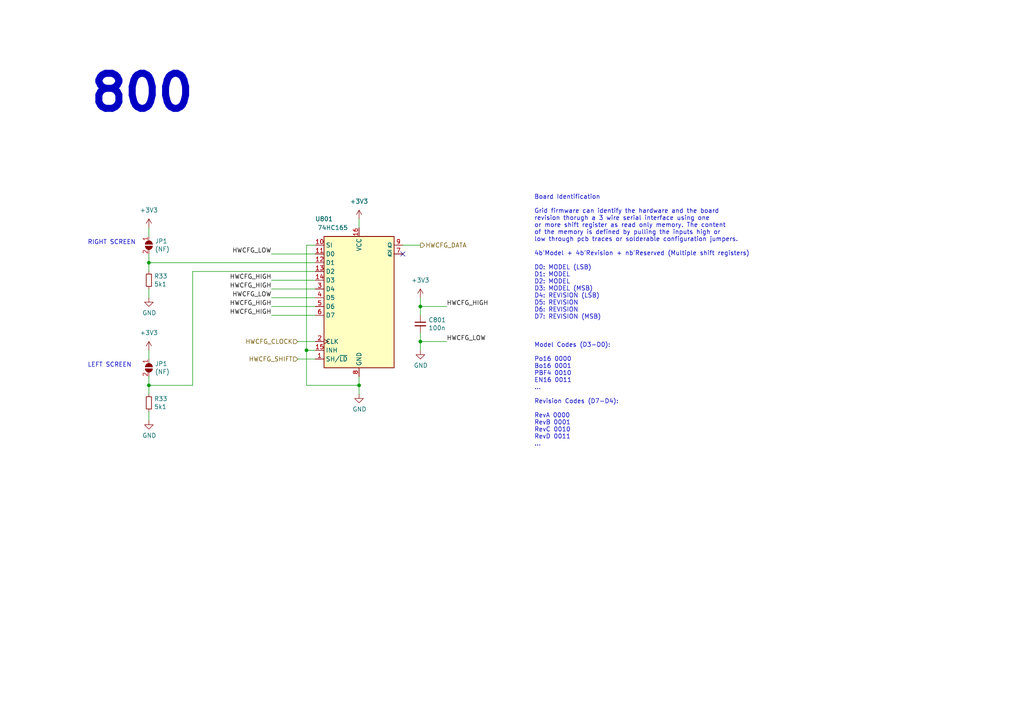
<source format=kicad_sch>
(kicad_sch (version 20231120) (generator "eeschema") (generator_version "8.0")
  (paper "A4")
  (lib_symbols
    (symbol "power:+3V3" (power) (pin_names (offset 0))
      (property "Value" "+3V3" (at 0 3.556 0))
      (symbol "+3V3_0_1"
        (polyline (pts (xy -0.762 1.27) (xy 0 2.54)))
        (polyline (pts (xy 0 0) (xy 0 2.54)))
        (polyline (pts (xy 0 2.54) (xy 0.762 1.27)))
      )
      (symbol "+3V3_1_1"
        (pin power_in line (at 0 0 90) (length 0) hide (name "+3V3") (number "1"))
      )
    )
    (symbol "power:GND" (power) (pin_names (offset 0))
      (property "Value" "GND" (at 0 -3.81 0))
      (symbol "GND_0_1"
        (polyline (pts (xy 0 0) (xy 0 -1.27) (xy 1.27 -1.27) (xy 0 -2.54) (xy -1.27 -1.27) (xy 0 -1.27)))
      )
      (symbol "GND_1_1"
        (pin power_in line (at 0 0 270) (length 0) hide (name "GND") (number "1"))
      )
    )
    (symbol "suku_basics:74HC165"
      (property "Reference" "U" (at -15.24 25.4 0))
      (property "Value" "74HC165" (at -12.7 20.32 0))
      (symbol "74HC165_1_0"
        (pin input line (at -12.7 12.7 0) (length 2.54) (name "D0") (number "11"))
        (pin input line (at -12.7 10.16 0) (length 2.54) (name "D1") (number "12"))
        (pin input line (at -12.7 7.62 0) (length 2.54) (name "D2") (number "13"))
        (pin input line (at -12.7 5.08 0) (length 2.54) (name "D3") (number "14"))
        (pin power_in line (at 0 20.32 270) (length 2.54) (name "VCC") (number "16"))
        (pin input clock (at -12.7 -12.7 0) (length 2.54) (name "CLK") (number "2"))
        (pin input line (at -12.7 2.54 0) (length 2.54) (name "D4") (number "3"))
        (pin input line (at -12.7 0 0) (length 2.54) (name "D5") (number "4"))
        (pin input line (at -12.7 -2.54 0) (length 2.54) (name "D6") (number "5"))
        (pin input line (at -12.7 -5.08 0) (length 2.54) (name "D7") (number "6"))
        (pin power_in line (at 0 -22.86 90) (length 2.54) (name "GND") (number "8"))
        (pin output line (at 12.7 15.24 180) (length 2.54) (name "Q") (number "9"))
      )
      (symbol "74HC165_1_1"
        (rectangle (start -10.16 17.78) (end 10.16 -20.32) (stroke (width 0.254)) (fill (type background)))
        (pin input line (at -12.7 -17.78 0) (length 2.54) (name "SH/~{LD}") (number "1"))
        (pin input line (at -12.7 15.24 0) (length 2.54) (name "SI") (number "10"))
        (pin input line (at -12.7 -15.24 0) (length 2.54) (name "INH") (number "15"))
        (pin output line (at 12.7 12.7 180) (length 2.54) (name "~{Q}") (number "7"))
      )
    )
    (symbol "suku_basics:CAP" (pin_numbers hide) (pin_names (offset 0.254) hide)
      (property "Reference" "C" (at 0.254 1.778 0))
      (symbol "CAP_0_1"
        (polyline (pts (xy -1.524 -0.508) (xy 1.524 -0.508)) (stroke (width 0.3302)))
        (polyline (pts (xy -1.524 0.508) (xy 1.524 0.508)) (stroke (width 0.3048)))
      )
      (symbol "CAP_1_1"
        (pin passive line (at 0 2.54 270) (length 2.032) (name "~") (number "1"))
        (pin passive line (at 0 -2.54 90) (length 2.032) (name "~") (number "2"))
      )
    )
    (symbol "suku_basics:JP_SolderJumper_2_Open" (pin_names (offset 0) hide)
      (property "Reference" "JP" (at 0 2.032 0))
      (property "Value" "JP_SolderJumper_2_Open" (at 0 -2.54 0))
      (symbol "JP_SolderJumper_2_Open_0_1"
        (arc (start -0.254 1.016) (mid -1.2656 0) (end -0.254 -1.016))
        (arc (start -0.254 1.016) (mid -1.2656 0) (end -0.254 -1.016) (fill (type outline)))
        (polyline (pts (xy -0.254 1.016) (xy -0.254 -1.016)))
        (polyline (pts (xy 0.254 1.016) (xy 0.254 -1.016)))
        (arc (start 0.254 -1.016) (mid 1.2656 0) (end 0.254 1.016))
        (arc (start 0.254 -1.016) (mid 1.2656 0) (end 0.254 1.016) (fill (type outline)))
      )
      (symbol "JP_SolderJumper_2_Open_1_1"
        (pin passive line (at -2.54 0 0) (length 1.27) (name "A") (number "1"))
        (pin passive line (at 2.54 0 180) (length 1.27) (name "B") (number "2"))
      )
    )
    (symbol "suku_basics:RES" (pin_numbers hide) (pin_names (offset 0.254) hide)
      (property "Reference" "R" (at 0.762 0.508 0))
      (property "Value" "RES" (at 0.762 -1.016 0))
      (symbol "RES_1_1"
        (rectangle (start -0.762 1.778) (end 0.762 -1.778) (stroke (width 0.2032)))
        (pin passive line (at 0 2.54 270) (length 0.762) (name "~") (number "1"))
        (pin passive line (at 0 -2.54 90) (length 0.762) (name "~") (number "2"))
      )
    )
  )
  (junction (at 43.18 111.76))
  (junction (at 43.18 76.2))
  (junction (at 104.14 111.76))
  (junction (at 88.9 101.6))
  (junction (at 121.92 99.06))
  (junction (at 121.92 88.9))
  (no_connect (at 116.84 73.66))
  (wire (pts (xy 43.18 109.22) (xy 43.18 111.76)))
  (wire (pts (xy 88.9 71.12) (xy 88.9 101.6)))
  (wire (pts (xy 91.44 83.82) (xy 78.74 83.82)))
  (wire (pts (xy 55.88 111.76) (xy 55.88 78.74)))
  (wire (pts (xy 104.14 111.76) (xy 104.14 109.22)))
  (wire (pts (xy 91.44 101.6) (xy 88.9 101.6)))
  (wire (pts (xy 91.44 99.06) (xy 86.36 99.06)))
  (wire (pts (xy 91.44 86.36) (xy 78.74 86.36)))
  (wire (pts (xy 91.44 88.9) (xy 78.74 88.9)))
  (wire (pts (xy 43.18 76.2) (xy 91.44 76.2)))
  (wire (pts (xy 104.14 63.5) (xy 104.14 66.04)))
  (wire (pts (xy 43.18 111.76) (xy 55.88 111.76)))
  (wire (pts (xy 78.74 91.44) (xy 91.44 91.44)))
  (wire (pts (xy 104.14 114.3) (xy 104.14 111.76)))
  (wire (pts (xy 43.18 121.92) (xy 43.18 119.38)))
  (wire (pts (xy 43.18 73.66) (xy 43.18 76.2)))
  (wire (pts (xy 43.18 66.04) (xy 43.18 68.58)))
  (wire (pts (xy 43.18 86.36) (xy 43.18 83.82)))
  (wire (pts (xy 121.92 99.06) (xy 121.92 101.6)))
  (wire (pts (xy 43.18 76.2) (xy 43.18 78.74)))
  (wire (pts (xy 91.44 71.12) (xy 88.9 71.12)))
  (wire (pts (xy 78.74 73.66) (xy 91.44 73.66)))
  (wire (pts (xy 121.92 96.52) (xy 121.92 99.06)))
  (wire (pts (xy 88.9 101.6) (xy 88.9 111.76)))
  (wire (pts (xy 121.92 88.9) (xy 121.92 91.44)))
  (wire (pts (xy 43.18 101.6) (xy 43.18 104.14)))
  (wire (pts (xy 88.9 111.76) (xy 104.14 111.76)))
  (wire (pts (xy 91.44 81.28) (xy 78.74 81.28)))
  (wire (pts (xy 43.18 111.76) (xy 43.18 114.3)))
  (wire (pts (xy 116.84 71.12) (xy 121.92 71.12)))
  (wire (pts (xy 121.92 88.9) (xy 129.54 88.9)))
  (wire (pts (xy 121.92 86.36) (xy 121.92 88.9)))
  (wire (pts (xy 121.92 99.06) (xy 129.54 99.06)))
  (wire (pts (xy 55.88 78.74) (xy 91.44 78.74)))
  (wire (pts (xy 91.44 104.14) (xy 86.36 104.14)))
  (text "800" (at 25.4 33.02 0) (effects (font (size 10.16 10.16) (thickness 2.032) (bold yes)) (justify left bottom)))
  (text "Board Identification\n\nGrid firmware can identify the hardware and the board \nrevision thorugh a 3 wire serial interface using one \nor more shift register as read only memory. The content\nof the memory is defined by pulling the inputs high or\nlow through pcb traces or solderable configuration jumpers.\n\n4b'Model + 4b'Revision + nb'Reserved (Multiple shift registers)\n\nD0: MODEL (LSB)\nD1: MODEL\nD2: MODEL\nD3: MODEL (MSB)\nD4: REVISION (LSB)\nD5: REVISION\nD6: REVISION\nD7: REVISION (MSB)\n\n\n\nModel Codes (D3-D0):\n\nPo16 0000\nBo16 0001\nPBF4 0010\nEN16 0011\n...\n\nRevision Codes (D7-D4):\n\nRevA 0000\nRevB 0001\nRevC 0010\nRevD 0011\n...\n" (at 154.94 129.54 0) (effects (font (size 1.27 1.27)) (justify left bottom)))
  (text "LEFT SCREEN" (at 25.4 106.68 0) (effects (font (size 1.27 1.27)) (justify left bottom)))
  (text "RIGHT SCREEN" (at 25.4 71.12 0) (effects (font (size 1.27 1.27)) (justify left bottom)))
  (label "HWCFG_LOW" (at 129.54 99.06 0))
  (label "HWCFG_HIGH" (at 78.74 81.28 180))
  (label "HWCFG_LOW" (at 78.74 86.36 180))
  (label "HWCFG_HIGH" (at 129.54 88.9 0))
  (label "HWCFG_LOW" (at 78.74 73.66 180))
  (label "HWCFG_HIGH" (at 78.74 88.9 180))
  (label "HWCFG_HIGH" (at 78.74 91.44 180))
  (label "HWCFG_HIGH" (at 78.74 83.82 180))
  (hierarchical_label "HWCFG_CLOCK" (shape input) (at 86.36 99.06 180))
  (hierarchical_label "HWCFG_SHIFT" (shape input) (at 86.36 104.14 180))
  (hierarchical_label "HWCFG_DATA" (shape output) (at 121.92 71.12 0))
  (symbol (lib_id "suku_basics:74HC165") (at 104.14 86.36 0) (unit 1)
    (property "Reference" "U801" (at 93.98 63.5 0))
    (property "Value" "74HC165" (at 96.52 66.04 0))
    (property "Footprint" "suku_basics:SOIC-16_74HC165" (effects (hide yes)))
    (property "Datasheet" "http://www.ti.com/lit/ds/symlink/sn74hc595.pdf" (effects (hide yes)))
  )
  (symbol (lib_id "power:GND") (at 104.14 114.3 0) (unit 1)
    (property "Reference" "#PWR0852" (effects (hide yes)))
    (property "Value" "GND" (at 104.267 118.6942 0))
  )
  (symbol (lib_id "suku_basics:CAP") (at 121.92 93.98 0) (unit 1)
    (property "Reference" "C801" (at 124.2568 92.8116 0) (effects (justify left)))
    (property "Value" "100n" (at 124.2568 95.123 0) (effects (justify left)))
    (property "Footprint" "suku_basics:CAP_0402" (effects (hide yes)))
  )
  (symbol (lib_id "power:GND") (at 121.92 101.6 0) (unit 1)
    (property "Reference" "#PWR0851" (effects (hide yes)))
    (property "Value" "GND" (at 122.047 105.9942 0))
  )
  (symbol (lib_id "power:+3V3") (at 104.14 63.5 0) (unit 1)
    (property "Reference" "#PWR0832" (effects (hide yes)))
    (property "Value" "+3V3" (at 104.14 58.42 0))
  )
  (symbol (lib_id "power:GND") (at 43.18 121.92 0) (unit 1)
    (property "Reference" "#PWR0152" (effects (hide yes)))
    (property "Value" "GND" (at 43.307 126.3142 0))
    (instances (project "HWCFG" (path "" (reference "#PWR0152") (unit 1))) (project "PCBA-TEK1" (path "" (reference "#PWR0853") (unit 1))))
  )
  (symbol (lib_id "power:+3V3") (at 43.18 101.6 0) (unit 1)
    (property "Reference" "#PWR0850" (effects (hide yes)))
    (property "Value" "+3V3" (at 43.18 96.52 0))
  )
  (symbol (lib_id "suku_basics:JP_SolderJumper_2_Open") (at 43.18 106.68 270) (unit 1)
    (property "Reference" "JP1" (at 44.9072 105.5116 90) (effects (justify left)))
    (property "Value" "(NF)" (at 44.9072 107.823 90) (effects (justify left)))
    (property "Footprint" "Jumper:SolderJumper-2_P1.3mm_Open_TrianglePad1.0x1.5mm" (effects (hide yes)))
    (instances (project "HWCFG" (path "" (reference "JP1") (unit 1))) (project "PCBA-TEK1" (path "" (reference "JP802") (unit 1))))
  )
  (symbol (lib_id "power:+3V3") (at 43.18 66.04 0) (unit 1)
    (property "Reference" "#PWR0847" (effects (hide yes)))
    (property "Value" "+3V3" (at 43.18 60.96 0))
  )
  (symbol (lib_id "suku_basics:RES") (at 43.18 116.84 0) (unit 1)
    (property "Reference" "R33" (at 44.6786 115.6716 0) (effects (justify left)))
    (property "Value" "5k1" (at 44.6786 117.983 0) (effects (justify left)))
    (property "Footprint" "suku_basics:RES_0402" (effects (hide yes)))
    (instances (project "HWCFG" (path "" (reference "R33") (unit 1))) (project "PCBA-TEK1" (path "" (reference "R802") (unit 1))))
  )
  (symbol (lib_id "power:GND") (at 43.18 86.36 0) (unit 1)
    (property "Reference" "#PWR0152" (effects (hide yes)))
    (property "Value" "GND" (at 43.307 90.7542 0))
    (instances (project "HWCFG" (path "" (reference "#PWR0152") (unit 1))) (project "PCBA-TEK1" (path "" (reference "#PWR0848") (unit 1))))
  )
  (symbol (lib_id "suku_basics:RES") (at 43.18 81.28 0) (unit 1)
    (property "Reference" "R33" (at 44.6786 80.1116 0) (effects (justify left)))
    (property "Value" "5k1" (at 44.6786 82.423 0) (effects (justify left)))
    (property "Footprint" "suku_basics:RES_0402" (effects (hide yes)))
    (instances (project "HWCFG" (path "" (reference "R33") (unit 1))) (project "PCBA-TEK1" (path "" (reference "R801") (unit 1))))
  )
  (symbol (lib_id "power:+3V3") (at 121.92 86.36 0) (unit 1)
    (property "Reference" "#PWR0849" (effects (hide yes)))
    (property "Value" "+3V3" (at 121.92 81.28 0))
  )
  (symbol (lib_id "suku_basics:JP_SolderJumper_2_Open") (at 43.18 71.12 270) (unit 1)
    (property "Reference" "JP1" (at 44.9072 69.9516 90) (effects (justify left)))
    (property "Value" "(NF)" (at 44.9072 72.263 90) (effects (justify left)))
    (property "Footprint" "Jumper:SolderJumper-2_P1.3mm_Open_TrianglePad1.0x1.5mm" (effects (hide yes)))
    (instances (project "HWCFG" (path "" (reference "JP1") (unit 1))) (project "PCBA-TEK1" (path "" (reference "JP801") (unit 1))))
  )
)
</source>
